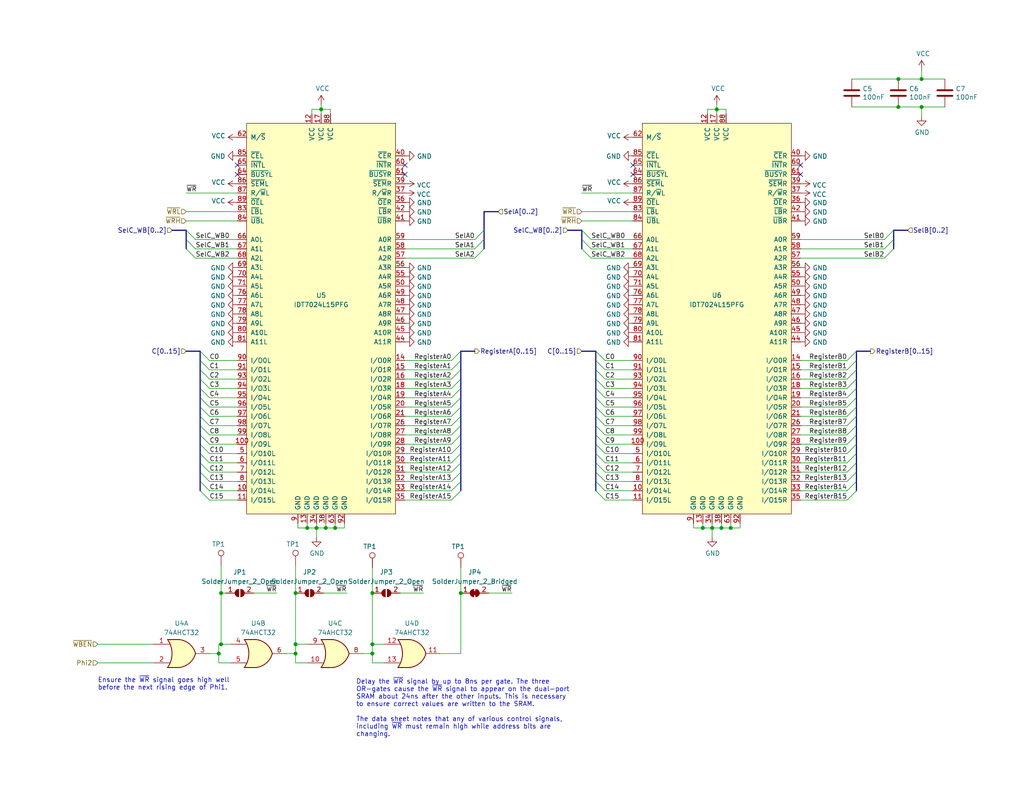
<source format=kicad_sch>
(kicad_sch (version 20230121) (generator eeschema)
  (paper "USLetter")
  (title_block (title "Register File") (date "2023-11-05") (rev "B") (comment 4 "Triple Port Register File build from dual port SRAM"))
  (lib_symbols
    (symbol "74xx:74LS32" (pin_names (offset 1.016))
      (property "Reference" "U" (at 0 1.27 0))
      (property "Value" "74LS32" (at 0 -1.27 0))
      (symbol "74LS32_1_1"
        (pin input line (at -7.62 2.54 0) (length 4.318) (name "~") (number "1"))
        (pin input line (at -7.62 -2.54 0) (length 4.318) (name "~") (number "2"))
        (pin output line (at 7.62 0 180) (length 3.81) (name "~") (number "3"))
      )
      (symbol "74LS32_1_2"
        (pin input inverted (at -7.62 2.54 0) (length 3.81) (name "~") (number "1"))
        (pin input inverted (at -7.62 -2.54 0) (length 3.81) (name "~") (number "2"))
        (pin output inverted (at 7.62 0 180) (length 3.81) (name "~") (number "3"))
      )
      (symbol "74LS32_2_1"
        (pin input line (at -7.62 2.54 0) (length 4.318) (name "~") (number "4"))
        (pin input line (at -7.62 -2.54 0) (length 4.318) (name "~") (number "5"))
        (pin output line (at 7.62 0 180) (length 3.81) (name "~") (number "6"))
      )
      (symbol "74LS32_2_2"
        (pin input inverted (at -7.62 2.54 0) (length 3.81) (name "~") (number "4"))
        (pin input inverted (at -7.62 -2.54 0) (length 3.81) (name "~") (number "5"))
        (pin output inverted (at 7.62 0 180) (length 3.81) (name "~") (number "6"))
      )
      (symbol "74LS32_3_1"
        (pin input line (at -7.62 -2.54 0) (length 4.318) (name "~") (number "10"))
        (pin output line (at 7.62 0 180) (length 3.81) (name "~") (number "8"))
        (pin input line (at -7.62 2.54 0) (length 4.318) (name "~") (number "9"))
      )
      (symbol "74LS32_3_2"
        (pin input inverted (at -7.62 -2.54 0) (length 3.81) (name "~") (number "10"))
        (pin output inverted (at 7.62 0 180) (length 3.81) (name "~") (number "8"))
        (pin input inverted (at -7.62 2.54 0) (length 3.81) (name "~") (number "9"))
      )
      (symbol "74LS32_4_1"
        (pin output line (at 7.62 0 180) (length 3.81) (name "~") (number "11"))
        (pin input line (at -7.62 2.54 0) (length 4.318) (name "~") (number "12"))
        (pin input line (at -7.62 -2.54 0) (length 4.318) (name "~") (number "13"))
      )
      (symbol "74LS32_4_2"
        (pin output inverted (at 7.62 0 180) (length 3.81) (name "~") (number "11"))
        (pin input inverted (at -7.62 2.54 0) (length 3.81) (name "~") (number "12"))
        (pin input inverted (at -7.62 -2.54 0) (length 3.81) (name "~") (number "13"))
      )
      (symbol "74LS32_5_0"
        (pin power_in line (at 0 12.7 270) (length 5.08) (name "VCC") (number "14"))
        (pin power_in line (at 0 -12.7 90) (length 5.08) (name "GND") (number "7"))
      )
    )
    (symbol "Connector:TestPoint" (pin_numbers hide) (pin_names (offset 0.762) hide)
      (property "Reference" "TP" (at 0 6.858 0))
      (property "Value" "TestPoint" (at 0 5.08 0))
      (symbol "TestPoint_1_1"
        (pin passive line (at 0 0 90) (length 2.54) (name "1") (number "1"))
      )
    )
    (symbol "Device:C" (pin_numbers hide) (pin_names (offset 0.254))
      (property "Reference" "C" (at 0.635 2.54 0))
      (property "Value" "C" (at 0.635 -2.54 0))
      (symbol "C_1_1"
        (pin passive line (at 0 3.81 270) (length 2.794) (name "~") (number "1"))
        (pin passive line (at 0 -3.81 90) (length 2.794) (name "~") (number "2"))
      )
    )
    (symbol "Jumper:SolderJumper_2_Bridged" (pin_names (offset 0) hide)
      (property "Reference" "JP" (at 0 2.032 0))
      (property "Value" "SolderJumper_2_Bridged" (at 0 -2.54 0))
      (symbol "SolderJumper_2_Bridged_1_1"
        (pin passive line (at -3.81 0 0) (length 2.54) (name "A") (number "1"))
        (pin passive line (at 3.81 0 180) (length 2.54) (name "B") (number "2"))
      )
    )
    (symbol "Jumper:SolderJumper_2_Open" (pin_names (offset 0) hide)
      (property "Reference" "JP" (at 0 2.032 0))
      (property "Value" "SolderJumper_2_Open" (at 0 -2.54 0))
      (symbol "SolderJumper_2_Open_1_1"
        (pin passive line (at -3.81 0 0) (length 2.54) (name "A") (number "1"))
        (pin passive line (at 3.81 0 180) (length 2.54) (name "B") (number "2"))
      )
    )
    (symbol "RegisterFileModule-rescue:IDT7024L15PFG-Memory_RAM" (pin_names (offset 1.016))
      (property "Reference" "U" (at 1.27 1.27 0))
      (property "Value" "IDT7024L15PFG-Memory_RAM" (at 1.27 -1.27 0))
      (symbol "IDT7024L15PFG-Memory_RAM_0_0"
        (pin power_in line (at 1.27 -60.96 90) (length 2.54) (name "GND") (number "38"))
        (pin input line (at 22.86 31.75 180) (length 2.54) (name "~{SEM}R") (number "39"))
        (pin input line (at 22.86 39.37 180) (length 2.54) (name "~{CE}R") (number "40"))
      )
      (symbol "IDT7024L15PFG-Memory_RAM_1_1"
        (pin no_connect line (at -2.54 -49.53 180) (length 2.54) hide (name "~") (number "1"))
        (pin tri_state line (at -22.86 -52.07 0) (length 2.54) (name "I/O14L") (number "10"))
        (pin tri_state line (at -22.86 -39.37 0) (length 2.54) (name "I/O9L") (number "100"))
        (pin tri_state line (at -22.86 -54.61 0) (length 2.54) (name "I/O15L") (number "11"))
        (pin power_in line (at -2.54 50.8 270) (length 2.54) (name "VCC") (number "12"))
        (pin power_in line (at -3.81 -60.96 90) (length 2.54) (name "GND") (number "13"))
        (pin tri_state line (at 22.86 -16.51 180) (length 2.54) (name "I/O0R") (number "14"))
        (pin tri_state line (at 22.86 -19.05 180) (length 2.54) (name "I/O1R") (number "15"))
        (pin tri_state line (at 22.86 -21.59 180) (length 2.54) (name "I/O2R") (number "16"))
        (pin power_in line (at 0 50.8 270) (length 2.54) (name "VCC") (number "17"))
        (pin tri_state line (at 22.86 -24.13 180) (length 2.54) (name "I/O3R") (number "18"))
        (pin tri_state line (at 22.86 -26.67 180) (length 2.54) (name "I/O4R") (number "19"))
        (pin no_connect line (at -2.54 -46.99 180) (length 2.54) hide (name "~") (number "2"))
        (pin tri_state line (at 22.86 -29.21 180) (length 2.54) (name "I/O5R") (number "20"))
        (pin tri_state line (at 22.86 -31.75 180) (length 2.54) (name "I/O6R") (number "21"))
        (pin no_connect line (at -2.54 -39.37 180) (length 2.54) hide (name "~") (number "22"))
        (pin no_connect line (at -2.54 -36.83 180) (length 2.54) hide (name "~") (number "23"))
        (pin no_connect line (at -2.54 -34.29 180) (length 2.54) hide (name "~") (number "24"))
        (pin no_connect line (at -2.54 -31.75 180) (length 2.54) hide (name "~") (number "25"))
        (pin tri_state line (at 22.86 -34.29 180) (length 2.54) (name "I/O7R") (number "26"))
        (pin tri_state line (at 22.86 -36.83 180) (length 2.54) (name "I/O8R") (number "27"))
        (pin tri_state line (at 22.86 -39.37 180) (length 2.54) (name "I/O9R") (number "28"))
        (pin tri_state line (at 22.86 -41.91 180) (length 2.54) (name "I/O10R") (number "29"))
        (pin no_connect line (at -2.54 -44.45 180) (length 2.54) hide (name "~") (number "3"))
        (pin tri_state line (at 22.86 -44.45 180) (length 2.54) (name "I/O11R") (number "30"))
        (pin tri_state line (at 22.86 -46.99 180) (length 2.54) (name "I/O12R") (number "31"))
        (pin tri_state line (at 22.86 -49.53 180) (length 2.54) (name "I/O13R") (number "32"))
        (pin tri_state line (at 22.86 -52.07 180) (length 2.54) (name "I/O14R") (number "33"))
        (pin power_in line (at -1.27 -60.96 90) (length 2.54) (name "GND") (number "34"))
        (pin tri_state line (at 22.86 -54.61 180) (length 2.54) (name "I/O15R") (number "35"))
        (pin input line (at 22.86 26.67 180) (length 2.54) (name "~{OE}R") (number "36"))
        (pin input line (at 22.86 29.21 180) (length 2.54) (name "R/~{W}R") (number "37"))
        (pin no_connect line (at -2.54 -41.91 180) (length 2.54) hide (name "~") (number "4"))
        (pin input line (at 22.86 21.59 180) (length 2.54) (name "~{UB}R") (number "41"))
        (pin input line (at 22.86 24.13 180) (length 2.54) (name "~{LB}R") (number "42"))
        (pin no_connect line (at -2.54 -29.21 180) (length 2.54) hide (name "~") (number "43"))
        (pin input line (at 22.86 -11.43 180) (length 2.54) (name "A11R") (number "44"))
        (pin input line (at 22.86 -8.89 180) (length 2.54) (name "A10R") (number "45"))
        (pin input line (at 22.86 -6.35 180) (length 2.54) (name "A9R") (number "46"))
        (pin input line (at 22.86 -3.81 180) (length 2.54) (name "A8R") (number "47"))
        (pin input line (at 22.86 -1.27 180) (length 2.54) (name "A7R") (number "48"))
        (pin input line (at 22.86 1.27 180) (length 2.54) (name "A6R") (number "49"))
        (pin tri_state line (at -22.86 -41.91 0) (length 2.54) (name "I/O10L") (number "5"))
        (pin input line (at 22.86 3.81 180) (length 2.54) (name "A5R") (number "50"))
        (pin no_connect line (at -2.54 -26.67 180) (length 2.54) hide (name "~") (number "51"))
        (pin no_connect line (at -2.54 -24.13 180) (length 2.54) hide (name "~") (number "52"))
        (pin no_connect line (at -2.54 -21.59 180) (length 2.54) hide (name "~") (number "53"))
        (pin no_connect line (at -2.54 -19.05 180) (length 2.54) hide (name "~") (number "54"))
        (pin input line (at 22.86 6.35 180) (length 2.54) (name "A4R") (number "55"))
        (pin input line (at 22.86 8.89 180) (length 2.54) (name "A3R") (number "56"))
        (pin input line (at 22.86 11.43 180) (length 2.54) (name "A2R") (number "57"))
        (pin input line (at 22.86 13.97 180) (length 2.54) (name "A1R") (number "58"))
        (pin input line (at 22.86 16.51 180) (length 2.54) (name "A0R") (number "59"))
        (pin tri_state line (at -22.86 -44.45 0) (length 2.54) (name "I/O11L") (number "6"))
        (pin output line (at 22.86 36.83 180) (length 2.54) (name "~{INT}R") (number "60"))
        (pin input line (at 22.86 34.29 180) (length 2.54) (name "~{BUSY}R") (number "61"))
        (pin input line (at -22.86 44.45 0) (length 2.54) (name "M/~{S}") (number "62"))
        (pin power_in line (at 3.81 -60.96 90) (length 2.54) (name "GND") (number "63"))
        (pin input line (at -22.86 34.29 0) (length 2.54) (name "~{BUSY}L") (number "64"))
        (pin output line (at -22.86 36.83 0) (length 2.54) (name "~{INT}L") (number "65"))
        (pin input line (at -22.86 16.51 0) (length 2.54) (name "A0L") (number "66"))
        (pin input line (at -22.86 13.97 0) (length 2.54) (name "A1L") (number "67"))
        (pin input line (at -22.86 11.43 0) (length 2.54) (name "A2L") (number "68"))
        (pin input line (at -22.86 8.89 0) (length 2.54) (name "A3L") (number "69"))
        (pin tri_state line (at -22.86 -46.99 0) (length 2.54) (name "I/O12L") (number "7"))
        (pin input line (at -22.86 6.35 0) (length 2.54) (name "A4L") (number "70"))
        (pin input line (at -22.86 3.81 0) (length 2.54) (name "A5L") (number "71"))
        (pin no_connect line (at -2.54 -16.51 180) (length 2.54) hide (name "~") (number "72"))
        (pin no_connect line (at -2.54 -13.97 180) (length 2.54) hide (name "~") (number "73"))
        (pin no_connect line (at -2.54 -11.43 180) (length 2.54) hide (name "~") (number "74"))
        (pin no_connect line (at -2.54 -8.89 180) (length 2.54) hide (name "~") (number "75"))
        (pin input line (at -22.86 1.27 0) (length 2.54) (name "A6L") (number "76"))
        (pin input line (at -22.86 -1.27 0) (length 2.54) (name "A7L") (number "77"))
        (pin input line (at -22.86 -3.81 0) (length 2.54) (name "A8L") (number "78"))
        (pin input line (at -22.86 -6.35 0) (length 2.54) (name "A9L") (number "79"))
        (pin tri_state line (at -22.86 -49.53 0) (length 2.54) (name "I/O13L") (number "8"))
        (pin input line (at -22.86 -8.89 0) (length 2.54) (name "A10L") (number "80"))
        (pin input line (at -22.86 -11.43 0) (length 2.54) (name "A11L") (number "81"))
        (pin no_connect line (at -2.54 -6.35 180) (length 2.54) hide (name "~") (number "82"))
        (pin input line (at -22.86 24.13 0) (length 2.54) (name "~{LB}L") (number "83"))
        (pin input line (at -22.86 21.59 0) (length 2.54) (name "~{UB}L") (number "84"))
        (pin input line (at -22.86 39.37 0) (length 2.54) (name "~{CE}L") (number "85"))
        (pin input line (at -22.86 31.75 0) (length 2.54) (name "~{SEM}L") (number "86"))
        (pin input line (at -22.86 29.21 0) (length 2.54) (name "R/~{W}L") (number "87"))
        (pin power_in line (at 2.54 50.8 270) (length 2.54) (name "VCC") (number "88"))
        (pin input line (at -22.86 26.67 0) (length 2.54) (name "~{OE}L") (number "89"))
        (pin power_in line (at -6.35 -60.96 90) (length 2.54) (name "GND") (number "9"))
        (pin tri_state line (at -22.86 -16.51 0) (length 2.54) (name "I/O0L") (number "90"))
        (pin tri_state line (at -22.86 -19.05 0) (length 2.54) (name "I/O1L") (number "91"))
        (pin power_in line (at 6.35 -60.96 90) (length 2.54) (name "GND") (number "92"))
        (pin tri_state line (at -22.86 -21.59 0) (length 2.54) (name "I/O2L") (number "93"))
        (pin tri_state line (at -22.86 -24.13 0) (length 2.54) (name "I/O3L") (number "94"))
        (pin tri_state line (at -22.86 -26.67 0) (length 2.54) (name "I/O4L") (number "95"))
        (pin tri_state line (at -22.86 -29.21 0) (length 2.54) (name "I/O5L") (number "96"))
        (pin tri_state line (at -22.86 -31.75 0) (length 2.54) (name "I/O6L") (number "97"))
        (pin tri_state line (at -22.86 -34.29 0) (length 2.54) (name "I/O7L") (number "98"))
        (pin tri_state line (at -22.86 -36.83 0) (length 2.54) (name "I/O8L") (number "99"))
      )
    )
    (symbol "power:GND" (power) (pin_names (offset 0))
      (property "Value" "GND" (at 0 -3.81 0))
      (symbol "GND_1_1"
        (pin power_in line (at 0 0 270) (length 0) hide (name "GND") (number "1"))
      )
    )
    (symbol "power:VCC" (power) (pin_names (offset 0))
      (property "Value" "VCC" (at 0 3.81 0))
      (symbol "VCC_1_1"
        (pin power_in line (at 0 0 90) (length 0) hide (name "VCC") (number "1"))
      )
    )
  )
  (junction (at 60.325 175.895))
  (junction (at 88.9 144.145))
  (junction (at 87.63 29.845))
  (junction (at 80.645 178.435))
  (junction (at 101.6 161.925))
  (junction (at 245.11 21.59))
  (junction (at 60.325 161.925))
  (junction (at 86.36 144.145))
  (junction (at 191.77 144.145))
  (junction (at 196.85 144.145))
  (junction (at 125.73 161.925))
  (junction (at 245.11 29.21))
  (junction (at 101.6 175.895))
  (junction (at 91.44 144.145))
  (junction (at 195.58 29.845))
  (junction (at 251.46 21.59))
  (junction (at 80.645 175.895))
  (junction (at 251.46 29.21))
  (junction (at 199.39 144.145))
  (junction (at 80.645 161.925))
  (junction (at 83.82 144.145))
  (junction (at 101.6 178.435))
  (junction (at 59.69 178.435))
  (junction (at 194.31 144.145))
  (no_connect (at 110.49 45.085))
  (no_connect (at 64.77 45.085))
  (no_connect (at 64.77 47.625))
  (no_connect (at 218.44 47.625))
  (no_connect (at 172.72 47.625))
  (no_connect (at 110.49 47.625))
  (no_connect (at 218.44 45.085))
  (no_connect (at 172.72 45.085))
  (bus_entry (at 233.68 108.585) (size -2.54 2.54))
  (bus_entry (at 125.73 123.825) (size -2.54 2.54))
  (bus_entry (at 158.75 62.865) (size 2.54 2.54))
  (bus_entry (at 54.61 111.125) (size 2.54 2.54))
  (bus_entry (at 132.08 67.945) (size -2.54 2.54))
  (bus_entry (at 162.56 118.745) (size 2.54 2.54))
  (bus_entry (at 162.56 103.505) (size 2.54 2.54))
  (bus_entry (at 50.8 65.405) (size 2.54 2.54))
  (bus_entry (at 233.68 103.505) (size -2.54 2.54))
  (bus_entry (at 162.56 95.885) (size 2.54 2.54))
  (bus_entry (at 162.56 106.045) (size 2.54 2.54))
  (bus_entry (at 162.56 126.365) (size 2.54 2.54))
  (bus_entry (at 54.61 95.885) (size 2.54 2.54))
  (bus_entry (at 162.56 116.205) (size 2.54 2.54))
  (bus_entry (at 125.73 121.285) (size -2.54 2.54))
  (bus_entry (at 233.68 118.745) (size -2.54 2.54))
  (bus_entry (at 162.56 100.965) (size 2.54 2.54))
  (bus_entry (at 162.56 121.285) (size 2.54 2.54))
  (bus_entry (at 233.68 113.665) (size -2.54 2.54))
  (bus_entry (at 54.61 108.585) (size 2.54 2.54))
  (bus_entry (at 233.68 106.045) (size -2.54 2.54))
  (bus_entry (at 54.61 133.985) (size 2.54 2.54))
  (bus_entry (at 125.73 126.365) (size -2.54 2.54))
  (bus_entry (at 54.61 131.445) (size 2.54 2.54))
  (bus_entry (at 125.73 131.445) (size -2.54 2.54))
  (bus_entry (at 243.84 67.945) (size -2.54 2.54))
  (bus_entry (at 125.73 98.425) (size -2.54 2.54))
  (bus_entry (at 233.68 128.905) (size -2.54 2.54))
  (bus_entry (at 243.84 65.405) (size -2.54 2.54))
  (bus_entry (at 54.61 106.045) (size 2.54 2.54))
  (bus_entry (at 54.61 128.905) (size 2.54 2.54))
  (bus_entry (at 54.61 113.665) (size 2.54 2.54))
  (bus_entry (at 162.56 98.425) (size 2.54 2.54))
  (bus_entry (at 125.73 116.205) (size -2.54 2.54))
  (bus_entry (at 54.61 118.745) (size 2.54 2.54))
  (bus_entry (at 125.73 128.905) (size -2.54 2.54))
  (bus_entry (at 132.08 62.865) (size -2.54 2.54))
  (bus_entry (at 162.56 123.825) (size 2.54 2.54))
  (bus_entry (at 50.8 62.865) (size 2.54 2.54))
  (bus_entry (at 233.68 116.205) (size -2.54 2.54))
  (bus_entry (at 162.56 111.125) (size 2.54 2.54))
  (bus_entry (at 125.73 118.745) (size -2.54 2.54))
  (bus_entry (at 54.61 123.825) (size 2.54 2.54))
  (bus_entry (at 233.68 133.985) (size -2.54 2.54))
  (bus_entry (at 54.61 126.365) (size 2.54 2.54))
  (bus_entry (at 158.75 65.405) (size 2.54 2.54))
  (bus_entry (at 132.08 65.405) (size -2.54 2.54))
  (bus_entry (at 125.73 113.665) (size -2.54 2.54))
  (bus_entry (at 50.8 67.945) (size 2.54 2.54))
  (bus_entry (at 233.68 123.825) (size -2.54 2.54))
  (bus_entry (at 54.61 103.505) (size 2.54 2.54))
  (bus_entry (at 162.56 131.445) (size 2.54 2.54))
  (bus_entry (at 54.61 116.205) (size 2.54 2.54))
  (bus_entry (at 162.56 108.585) (size 2.54 2.54))
  (bus_entry (at 125.73 106.045) (size -2.54 2.54))
  (bus_entry (at 233.68 111.125) (size -2.54 2.54))
  (bus_entry (at 162.56 113.665) (size 2.54 2.54))
  (bus_entry (at 54.61 121.285) (size 2.54 2.54))
  (bus_entry (at 233.68 100.965) (size -2.54 2.54))
  (bus_entry (at 162.56 133.985) (size 2.54 2.54))
  (bus_entry (at 233.68 98.425) (size -2.54 2.54))
  (bus_entry (at 125.73 108.585) (size -2.54 2.54))
  (bus_entry (at 243.84 62.865) (size -2.54 2.54))
  (bus_entry (at 162.56 128.905) (size 2.54 2.54))
  (bus_entry (at 233.68 95.885) (size -2.54 2.54))
  (bus_entry (at 233.68 131.445) (size -2.54 2.54))
  (bus_entry (at 233.68 121.285) (size -2.54 2.54))
  (bus_entry (at 125.73 103.505) (size -2.54 2.54))
  (bus_entry (at 54.61 100.965) (size 2.54 2.54))
  (bus_entry (at 233.68 126.365) (size -2.54 2.54))
  (bus_entry (at 54.61 98.425) (size 2.54 2.54))
  (bus_entry (at 125.73 133.985) (size -2.54 2.54))
  (bus_entry (at 125.73 111.125) (size -2.54 2.54))
  (bus_entry (at 125.73 95.885) (size -2.54 2.54))
  (bus_entry (at 125.73 100.965) (size -2.54 2.54))
  (bus_entry (at 158.75 67.945) (size 2.54 2.54))
  (bus (pts (xy 54.61 103.505) (xy 54.61 106.045)))
  (wire (pts (xy 115.57 161.925) (xy 109.22 161.925)))
  (wire (pts (xy 218.44 108.585) (xy 231.14 108.585)))
  (bus (pts (xy 125.73 103.505) (xy 125.73 106.045)))
  (wire (pts (xy 110.49 116.205) (xy 123.19 116.205)))
  (wire (pts (xy 251.46 29.21) (xy 245.11 29.21)))
  (bus (pts (xy 247.65 62.865) (xy 243.84 62.865)))
  (bus (pts (xy 233.68 116.205) (xy 233.68 118.745)))
  (wire (pts (xy 57.15 126.365) (xy 64.77 126.365)))
  (wire (pts (xy 120.015 178.435) (xy 125.73 178.435)))
  (bus (pts (xy 162.56 131.445) (xy 162.56 133.985)))
  (wire (pts (xy 101.6 161.925) (xy 101.6 175.895)))
  (wire (pts (xy 218.44 113.665) (xy 231.14 113.665)))
  (bus (pts (xy 162.56 121.285) (xy 162.56 123.825)))
  (wire (pts (xy 81.28 142.875) (xy 81.28 144.145)))
  (wire (pts (xy 196.85 144.145) (xy 199.39 144.145)))
  (wire (pts (xy 110.49 123.825) (xy 123.19 123.825)))
  (wire (pts (xy 161.29 65.405) (xy 172.72 65.405)))
  (wire (pts (xy 218.44 131.445) (xy 231.14 131.445)))
  (bus (pts (xy 233.68 126.365) (xy 233.68 128.905)))
  (wire (pts (xy 195.58 29.845) (xy 195.58 31.115)))
  (wire (pts (xy 26.67 175.895) (xy 41.91 175.895)))
  (wire (pts (xy 165.1 103.505) (xy 172.72 103.505)))
  (bus (pts (xy 54.61 113.665) (xy 54.61 116.205)))
  (bus (pts (xy 162.56 118.745) (xy 162.56 121.285)))
  (wire (pts (xy 87.63 28.575) (xy 87.63 29.845)))
  (bus (pts (xy 54.61 116.205) (xy 54.61 118.745)))
  (wire (pts (xy 57.15 98.425) (xy 64.77 98.425)))
  (bus (pts (xy 162.56 116.205) (xy 162.56 118.745)))
  (wire (pts (xy 59.69 178.435) (xy 59.69 175.895)))
  (bus (pts (xy 233.68 100.965) (xy 233.68 103.505)))
  (bus (pts (xy 125.73 126.365) (xy 125.73 128.905)))
  (wire (pts (xy 57.15 136.525) (xy 64.77 136.525)))
  (wire (pts (xy 78.105 178.435) (xy 80.645 178.435)))
  (bus (pts (xy 132.08 65.405) (xy 132.08 67.945)))
  (wire (pts (xy 80.645 175.895) (xy 83.82 175.895)))
  (wire (pts (xy 57.15 123.825) (xy 64.77 123.825)))
  (wire (pts (xy 110.49 113.665) (xy 123.19 113.665)))
  (wire (pts (xy 196.85 142.875) (xy 196.85 144.145)))
  (wire (pts (xy 57.15 113.665) (xy 64.77 113.665)))
  (bus (pts (xy 158.75 95.885) (xy 162.56 95.885)))
  (wire (pts (xy 161.29 67.945) (xy 172.72 67.945)))
  (wire (pts (xy 218.44 123.825) (xy 231.14 123.825)))
  (bus (pts (xy 158.75 65.405) (xy 158.75 67.945)))
  (bus (pts (xy 162.56 100.965) (xy 162.56 103.505)))
  (wire (pts (xy 85.09 31.115) (xy 85.09 29.845)))
  (wire (pts (xy 57.15 108.585) (xy 64.77 108.585)))
  (wire (pts (xy 218.44 133.985) (xy 231.14 133.985)))
  (bus (pts (xy 162.56 103.505) (xy 162.56 106.045)))
  (wire (pts (xy 101.6 178.435) (xy 101.6 175.895)))
  (wire (pts (xy 110.49 106.045) (xy 123.19 106.045)))
  (wire (pts (xy 218.44 116.205) (xy 231.14 116.205)))
  (wire (pts (xy 194.31 144.145) (xy 196.85 144.145)))
  (bus (pts (xy 46.99 62.865) (xy 50.8 62.865)))
  (wire (pts (xy 191.77 144.145) (xy 194.31 144.145)))
  (wire (pts (xy 60.325 161.925) (xy 61.595 161.925)))
  (wire (pts (xy 99.06 178.435) (xy 101.6 178.435)))
  (wire (pts (xy 245.11 21.59) (xy 251.46 21.59)))
  (wire (pts (xy 218.44 106.045) (xy 231.14 106.045)))
  (wire (pts (xy 165.1 128.905) (xy 172.72 128.905)))
  (wire (pts (xy 165.1 108.585) (xy 172.72 108.585)))
  (wire (pts (xy 94.615 161.925) (xy 88.265 161.925)))
  (wire (pts (xy 110.49 111.125) (xy 123.19 111.125)))
  (bus (pts (xy 233.68 128.905) (xy 233.68 131.445)))
  (bus (pts (xy 162.56 128.905) (xy 162.56 131.445)))
  (wire (pts (xy 59.69 180.975) (xy 62.865 180.975)))
  (wire (pts (xy 88.9 144.145) (xy 91.44 144.145)))
  (wire (pts (xy 110.49 100.965) (xy 123.19 100.965)))
  (wire (pts (xy 64.77 60.325) (xy 50.8 60.325)))
  (wire (pts (xy 129.54 65.405) (xy 110.49 65.405)))
  (wire (pts (xy 110.49 108.585) (xy 123.19 108.585)))
  (wire (pts (xy 165.1 133.985) (xy 172.72 133.985)))
  (wire (pts (xy 101.6 180.975) (xy 104.775 180.975)))
  (wire (pts (xy 201.93 144.145) (xy 201.93 142.875)))
  (wire (pts (xy 194.31 144.145) (xy 194.31 146.685)))
  (wire (pts (xy 64.77 57.785) (xy 50.8 57.785)))
  (wire (pts (xy 165.1 116.205) (xy 172.72 116.205)))
  (bus (pts (xy 162.56 113.665) (xy 162.56 116.205)))
  (wire (pts (xy 218.44 128.905) (xy 231.14 128.905)))
  (bus (pts (xy 50.8 65.405) (xy 50.8 67.945)))
  (wire (pts (xy 218.44 100.965) (xy 231.14 100.965)))
  (bus (pts (xy 50.8 62.865) (xy 50.8 65.405)))
  (wire (pts (xy 165.1 111.125) (xy 172.72 111.125)))
  (wire (pts (xy 80.645 154.305) (xy 80.645 161.925)))
  (wire (pts (xy 83.82 142.875) (xy 83.82 144.145)))
  (bus (pts (xy 125.73 98.425) (xy 125.73 100.965)))
  (wire (pts (xy 172.72 52.705) (xy 158.75 52.705)))
  (bus (pts (xy 54.61 108.585) (xy 54.61 111.125)))
  (bus (pts (xy 233.68 131.445) (xy 233.68 133.985)))
  (wire (pts (xy 60.325 161.925) (xy 60.325 175.895)))
  (wire (pts (xy 110.49 67.945) (xy 129.54 67.945)))
  (wire (pts (xy 195.58 28.575) (xy 195.58 29.845)))
  (wire (pts (xy 199.39 144.145) (xy 201.93 144.145)))
  (wire (pts (xy 110.49 136.525) (xy 123.19 136.525)))
  (wire (pts (xy 189.23 144.145) (xy 191.77 144.145)))
  (wire (pts (xy 87.63 29.845) (xy 87.63 31.115)))
  (bus (pts (xy 233.68 118.745) (xy 233.68 121.285)))
  (wire (pts (xy 80.645 178.435) (xy 80.645 180.975)))
  (wire (pts (xy 110.49 121.285) (xy 123.19 121.285)))
  (bus (pts (xy 50.8 95.885) (xy 54.61 95.885)))
  (wire (pts (xy 172.72 60.325) (xy 158.75 60.325)))
  (wire (pts (xy 194.31 142.875) (xy 194.31 144.145)))
  (wire (pts (xy 218.44 103.505) (xy 231.14 103.505)))
  (wire (pts (xy 88.9 142.875) (xy 88.9 144.145)))
  (wire (pts (xy 86.36 144.145) (xy 88.9 144.145)))
  (wire (pts (xy 90.17 29.845) (xy 90.17 31.115)))
  (bus (pts (xy 129.54 95.885) (xy 125.73 95.885)))
  (wire (pts (xy 80.645 161.925) (xy 80.645 175.895)))
  (bus (pts (xy 154.94 62.865) (xy 158.75 62.865)))
  (wire (pts (xy 125.73 161.925) (xy 125.73 178.435)))
  (wire (pts (xy 195.58 29.845) (xy 198.12 29.845)))
  (wire (pts (xy 218.44 67.945) (xy 241.3 67.945)))
  (bus (pts (xy 54.61 128.905) (xy 54.61 131.445)))
  (wire (pts (xy 193.04 31.115) (xy 193.04 29.845)))
  (wire (pts (xy 57.15 121.285) (xy 64.77 121.285)))
  (bus (pts (xy 125.73 128.905) (xy 125.73 131.445)))
  (wire (pts (xy 53.34 65.405) (xy 64.77 65.405)))
  (wire (pts (xy 232.41 21.59) (xy 245.11 21.59)))
  (bus (pts (xy 243.84 65.405) (xy 243.84 67.945)))
  (wire (pts (xy 165.1 131.445) (xy 172.72 131.445)))
  (bus (pts (xy 162.56 98.425) (xy 162.56 100.965)))
  (wire (pts (xy 165.1 113.665) (xy 172.72 113.665)))
  (wire (pts (xy 60.325 175.895) (xy 62.865 175.895)))
  (wire (pts (xy 57.15 116.205) (xy 64.77 116.205)))
  (wire (pts (xy 110.49 118.745) (xy 123.19 118.745)))
  (bus (pts (xy 162.56 95.885) (xy 162.56 98.425)))
  (bus (pts (xy 233.68 113.665) (xy 233.68 116.205)))
  (wire (pts (xy 189.23 142.875) (xy 189.23 144.145)))
  (bus (pts (xy 125.73 121.285) (xy 125.73 123.825)))
  (wire (pts (xy 139.7 161.925) (xy 133.35 161.925)))
  (bus (pts (xy 54.61 98.425) (xy 54.61 100.965)))
  (wire (pts (xy 218.44 111.125) (xy 231.14 111.125)))
  (wire (pts (xy 165.1 136.525) (xy 172.72 136.525)))
  (wire (pts (xy 57.15 133.985) (xy 64.77 133.985)))
  (wire (pts (xy 251.46 19.05) (xy 251.46 21.59)))
  (wire (pts (xy 57.15 178.435) (xy 59.69 178.435)))
  (bus (pts (xy 125.73 118.745) (xy 125.73 121.285)))
  (wire (pts (xy 257.81 29.21) (xy 251.46 29.21)))
  (wire (pts (xy 191.77 142.875) (xy 191.77 144.145)))
  (bus (pts (xy 162.56 106.045) (xy 162.56 108.585)))
  (bus (pts (xy 54.61 126.365) (xy 54.61 128.905)))
  (wire (pts (xy 83.82 144.145) (xy 86.36 144.145)))
  (bus (pts (xy 162.56 126.365) (xy 162.56 128.905)))
  (bus (pts (xy 54.61 111.125) (xy 54.61 113.665)))
  (bus (pts (xy 233.68 108.585) (xy 233.68 111.125)))
  (wire (pts (xy 218.44 118.745) (xy 231.14 118.745)))
  (bus (pts (xy 158.75 62.865) (xy 158.75 65.405)))
  (wire (pts (xy 93.98 144.145) (xy 93.98 142.875)))
  (wire (pts (xy 64.77 52.705) (xy 50.8 52.705)))
  (wire (pts (xy 110.49 126.365) (xy 123.19 126.365)))
  (wire (pts (xy 101.6 154.94) (xy 101.6 161.925)))
  (wire (pts (xy 198.12 29.845) (xy 198.12 31.115)))
  (wire (pts (xy 110.49 131.445) (xy 123.19 131.445)))
  (wire (pts (xy 60.325 175.895) (xy 59.69 175.895)))
  (bus (pts (xy 162.56 111.125) (xy 162.56 113.665)))
  (bus (pts (xy 233.68 111.125) (xy 233.68 113.665)))
  (wire (pts (xy 241.3 65.405) (xy 218.44 65.405)))
  (wire (pts (xy 101.6 175.895) (xy 104.775 175.895)))
  (bus (pts (xy 243.84 62.865) (xy 243.84 65.405)))
  (wire (pts (xy 75.565 161.925) (xy 69.215 161.925)))
  (wire (pts (xy 165.1 118.745) (xy 172.72 118.745)))
  (wire (pts (xy 199.39 142.875) (xy 199.39 144.145)))
  (wire (pts (xy 80.645 178.435) (xy 80.645 175.895)))
  (wire (pts (xy 241.3 70.485) (xy 218.44 70.485)))
  (wire (pts (xy 129.54 70.485) (xy 110.49 70.485)))
  (wire (pts (xy 251.46 21.59) (xy 257.81 21.59)))
  (wire (pts (xy 86.36 142.875) (xy 86.36 144.145)))
  (wire (pts (xy 251.46 31.75) (xy 251.46 29.21)))
  (bus (pts (xy 54.61 131.445) (xy 54.61 133.985)))
  (wire (pts (xy 165.1 106.045) (xy 172.72 106.045)))
  (bus (pts (xy 125.73 100.965) (xy 125.73 103.505)))
  (wire (pts (xy 101.6 178.435) (xy 101.6 180.975)))
  (wire (pts (xy 161.29 70.485) (xy 172.72 70.485)))
  (bus (pts (xy 54.61 100.965) (xy 54.61 103.505)))
  (wire (pts (xy 53.34 70.485) (xy 64.77 70.485)))
  (wire (pts (xy 57.15 106.045) (xy 64.77 106.045)))
  (wire (pts (xy 57.15 118.745) (xy 64.77 118.745)))
  (wire (pts (xy 91.44 144.145) (xy 93.98 144.145)))
  (wire (pts (xy 110.49 128.905) (xy 123.19 128.905)))
  (bus (pts (xy 125.73 111.125) (xy 125.73 113.665)))
  (bus (pts (xy 125.73 95.885) (xy 125.73 98.425)))
  (bus (pts (xy 125.73 116.205) (xy 125.73 118.745)))
  (wire (pts (xy 165.1 121.285) (xy 172.72 121.285)))
  (wire (pts (xy 165.1 123.825) (xy 172.72 123.825)))
  (bus (pts (xy 54.61 118.745) (xy 54.61 121.285)))
  (wire (pts (xy 218.44 136.525) (xy 231.14 136.525)))
  (wire (pts (xy 165.1 100.965) (xy 172.72 100.965)))
  (bus (pts (xy 132.08 62.865) (xy 132.08 65.405)))
  (wire (pts (xy 193.04 29.845) (xy 195.58 29.845)))
  (bus (pts (xy 233.68 103.505) (xy 233.68 106.045)))
  (bus (pts (xy 125.73 108.585) (xy 125.73 111.125)))
  (wire (pts (xy 57.15 103.505) (xy 64.77 103.505)))
  (bus (pts (xy 125.73 131.445) (xy 125.73 133.985)))
  (bus (pts (xy 233.68 121.285) (xy 233.68 123.825)))
  (bus (pts (xy 135.89 57.785) (xy 132.08 57.785)))
  (wire (pts (xy 110.49 103.505) (xy 123.19 103.505)))
  (wire (pts (xy 57.15 128.905) (xy 64.77 128.905)))
  (bus (pts (xy 162.56 123.825) (xy 162.56 126.365)))
  (wire (pts (xy 57.15 131.445) (xy 64.77 131.445)))
  (bus (pts (xy 125.73 106.045) (xy 125.73 108.585)))
  (wire (pts (xy 60.325 154.305) (xy 60.325 161.925)))
  (bus (pts (xy 125.73 123.825) (xy 125.73 126.365)))
  (wire (pts (xy 86.36 144.145) (xy 86.36 146.685)))
  (wire (pts (xy 57.15 100.965) (xy 64.77 100.965)))
  (wire (pts (xy 26.67 180.975) (xy 41.91 180.975)))
  (wire (pts (xy 165.1 126.365) (xy 172.72 126.365)))
  (wire (pts (xy 57.15 111.125) (xy 64.77 111.125)))
  (bus (pts (xy 237.49 95.885) (xy 233.68 95.885)))
  (bus (pts (xy 125.73 113.665) (xy 125.73 116.205)))
  (wire (pts (xy 53.34 67.945) (xy 64.77 67.945)))
  (wire (pts (xy 80.645 180.975) (xy 83.82 180.975)))
  (wire (pts (xy 110.49 98.425) (xy 123.19 98.425)))
  (wire (pts (xy 245.11 29.21) (xy 232.41 29.21)))
  (wire (pts (xy 87.63 29.845) (xy 90.17 29.845)))
  (bus (pts (xy 54.61 121.285) (xy 54.61 123.825)))
  (bus (pts (xy 132.08 57.785) (xy 132.08 62.865)))
  (bus (pts (xy 233.68 95.885) (xy 233.68 98.425)))
  (wire (pts (xy 165.1 98.425) (xy 172.72 98.425)))
  (wire (pts (xy 125.73 154.94) (xy 125.73 161.925)))
  (bus (pts (xy 233.68 123.825) (xy 233.68 126.365)))
  (wire (pts (xy 91.44 142.875) (xy 91.44 144.145)))
  (wire (pts (xy 110.49 133.985) (xy 123.19 133.985)))
  (bus (pts (xy 54.61 123.825) (xy 54.61 126.365)))
  (wire (pts (xy 218.44 121.285) (xy 231.14 121.285)))
  (wire (pts (xy 59.69 178.435) (xy 59.69 180.975)))
  (bus (pts (xy 233.68 98.425) (xy 233.68 100.965)))
  (wire (pts (xy 85.09 29.845) (xy 87.63 29.845)))
  (bus (pts (xy 162.56 108.585) (xy 162.56 111.125)))
  (wire (pts (xy 172.72 57.785) (xy 158.75 57.785)))
  (wire (pts (xy 218.44 98.425) (xy 231.14 98.425)))
  (bus (pts (xy 233.68 106.045) (xy 233.68 108.585)))
  (wire (pts (xy 218.44 126.365) (xy 231.14 126.365)))
  (bus (pts (xy 54.61 106.045) (xy 54.61 108.585)))
  (wire (pts (xy 81.28 144.145) (xy 83.82 144.145)))
  (bus (pts (xy 54.61 95.885) (xy 54.61 98.425)))
  (text "Delay the ~{WR} signal by up to 8ns per gate. The three\nOR-gates cause the ~{WR} signal to appear on the dual-port\nSRAM about 24ns after the other inputs. This is necessary\nto ensure correct values are written to the SRAM.\n\nThe data sheet notes that any of various control signals,\nincluding ~{WR} must remain high while address bits are\nchanging." (at 97.155 201.295 0) (effects (font (size 1.27 1.27)) (justify left bottom)))
  (text "Ensure the ~{WR} signal goes high well\nbefore the next rising edge of Phi1." (at 26.67 188.595 0) (effects (font (size 1.27 1.27)) (justify left bottom)))
  (label "C13" (at 165.1 131.445 0))
  (label "SelB2" (at 241.3 70.485 180))
  (label "SelC_WB0" (at 161.29 65.405 0))
  (label "RegisterB7" (at 231.14 116.205 180))
  (label "RegisterB14" (at 231.14 133.985 180))
  (label "C11" (at 57.15 126.365 0))
  (label "C15" (at 165.1 136.525 0))
  (label "SelC_WB2" (at 161.29 70.485 0))
  (label "SelA2" (at 129.54 70.485 180))
  (label "C5" (at 57.15 111.125 0))
  (label "RegisterA13" (at 123.19 131.445 180))
  (label "C0" (at 165.1 98.425 0))
  (label "RegisterB10" (at 231.14 123.825 180))
  (label "C12" (at 57.15 128.905 0))
  (label "SelC_WB2" (at 53.34 70.485 0))
  (label "RegisterA5" (at 123.19 111.125 180))
  (label "C9" (at 57.15 121.285 0))
  (label "C4" (at 165.1 108.585 0))
  (label "RegisterB9" (at 231.14 121.285 180))
  (label "~{WR}" (at 94.615 161.925 180))
  (label "~{WR}" (at 115.57 161.925 180))
  (label "SelC_WB0" (at 53.34 65.405 0))
  (label "C0" (at 57.15 98.425 0))
  (label "C3" (at 57.15 106.045 0))
  (label "SelB1" (at 241.3 67.945 180))
  (label "C6" (at 57.15 113.665 0))
  (label "C11" (at 165.1 126.365 0))
  (label "RegisterB12" (at 231.14 128.905 180))
  (label "RegisterA4" (at 123.19 108.585 180))
  (label "RegisterA0" (at 123.19 98.425 180))
  (label "RegisterA10" (at 123.19 123.825 180))
  (label "RegisterB1" (at 231.14 100.965 180))
  (label "C5" (at 165.1 111.125 0))
  (label "RegisterB6" (at 231.14 113.665 180))
  (label "SelA1" (at 129.54 67.945 180))
  (label "RegisterA2" (at 123.19 103.505 180))
  (label "RegisterB3" (at 231.14 106.045 180))
  (label "C15" (at 57.15 136.525 0))
  (label "C6" (at 165.1 113.665 0))
  (label "C10" (at 57.15 123.825 0))
  (label "RegisterA3" (at 123.19 106.045 180))
  (label "RegisterA1" (at 123.19 100.965 180))
  (label "SelC_WB1" (at 161.29 67.945 0))
  (label "RegisterB0" (at 231.14 98.425 180))
  (label "C12" (at 165.1 128.905 0))
  (label "RegisterA7" (at 123.19 116.205 180))
  (label "RegisterB5" (at 231.14 111.125 180))
  (label "C3" (at 165.1 106.045 0))
  (label "RegisterB4" (at 231.14 108.585 180))
  (label "RegisterA8" (at 123.19 118.745 180))
  (label "RegisterB2" (at 231.14 103.505 180))
  (label "C14" (at 165.1 133.985 0))
  (label "C1" (at 57.15 100.965 0))
  (label "RegisterB11" (at 231.14 126.365 180))
  (label "SelC_WB1" (at 53.34 67.945 0))
  (label "RegisterA11" (at 123.19 126.365 180))
  (label "~{WR}" (at 75.565 161.925 180))
  (label "C14" (at 57.15 133.985 0))
  (label "SelB0" (at 241.3 65.405 180))
  (label "C9" (at 165.1 121.285 0))
  (label "C2" (at 165.1 103.505 0))
  (label "C8" (at 165.1 118.745 0))
  (label "~{WR}" (at 158.75 52.705 0))
  (label "C10" (at 165.1 123.825 0))
  (label "RegisterB15" (at 231.14 136.525 180))
  (label "C7" (at 57.15 116.205 0))
  (label "C8" (at 57.15 118.745 0))
  (label "SelA0" (at 129.54 65.405 180))
  (label "C7" (at 165.1 116.205 0))
  (label "RegisterA9" (at 123.19 121.285 180))
  (label "RegisterA15" (at 123.19 136.525 180))
  (label "C13" (at 57.15 131.445 0))
  (label "RegisterB13" (at 231.14 131.445 180))
  (label "~{WR}" (at 139.7 161.925 180))
  (label "C2" (at 57.15 103.505 0))
  (label "RegisterA6" (at 123.19 113.665 180))
  (label "C1" (at 165.1 100.965 0))
  (label "C4" (at 57.15 108.585 0))
  (label "RegisterB8" (at 231.14 118.745 180))
  (label "RegisterA12" (at 123.19 128.905 180))
  (label "~{WR}" (at 50.8 52.705 0))
  (label "RegisterA14" (at 123.19 133.985 180))
  (hierarchical_label "~{WBEN}" (shape input) (at 26.67 175.895 180))
  (hierarchical_label "C[0..15]" (shape input) (at 50.8 95.885 180))
  (hierarchical_label "SelC_WB[0..2]" (shape input) (at 154.94 62.865 180))
  (hierarchical_label "Phi2" (shape input) (at 26.67 180.975 180))
  (hierarchical_label "~{WRL}" (shape input) (at 50.8 57.785 180))
  (hierarchical_label "C[0..15]" (shape input) (at 158.75 95.885 180))
  (hierarchical_label "RegisterB[0..15]" (shape output) (at 237.49 95.885 0))
  (hierarchical_label "SelB[0..2]" (shape input) (at 247.65 62.865 0))
  (hierarchical_label "SelC_WB[0..2]" (shape input) (at 46.99 62.865 180))
  (hierarchical_label "SelA[0..2]" (shape input) (at 135.89 57.785 0))
  (hierarchical_label "~{WRH}" (shape input) (at 158.75 60.325 180))
  (hierarchical_label "RegisterA[0..15]" (shape output) (at 129.54 95.885 0))
  (hierarchical_label "~{WRL}" (shape input) (at 158.75 57.785 180))
  (hierarchical_label "~{WRH}" (shape input) (at 50.8 60.325 180))
  (symbol (lib_id "power:GND") (at 251.46 31.75 0) (unit 1)
    (property "Reference" "#PWR087" (effects hide))
    (property "Value" "GND" (at 251.587 36.1442 0))
  )
  (symbol (lib_id "Device:C") (at 257.81 25.4 0) (unit 1)
    (property "Reference" "C7" (at 260.731 24.2316 0) (effects (justify left)))
    (property "Value" "100nF" (at 260.731 26.543 0) (effects (justify left)))
    (property "Footprint" "Capacitor_SMD:C_0603_1608Metric_Pad1.08x0.95mm_HandSolder" (effects hide))
    (property "Mouser" "https://www.mouser.com/ProductDetail/963-EMK107B7104KAHT" (effects hide))
  )
  (symbol (lib_id "Device:C") (at 245.11 25.4 0) (unit 1)
    (property "Reference" "C6" (at 248.031 24.2316 0) (effects (justify left)))
    (property "Value" "100nF" (at 248.031 26.543 0) (effects (justify left)))
    (property "Footprint" "Capacitor_SMD:C_0603_1608Metric_Pad1.08x0.95mm_HandSolder" (effects hide))
    (property "Mouser" "https://www.mouser.com/ProductDetail/963-EMK107B7104KAHT" (effects hide))
  )
  (symbol (lib_id "power:VCC") (at 251.46 19.05 0) (unit 1)
    (property "Reference" "#PWR086" (effects hide))
    (property "Value" "VCC" (at 251.8918 14.6558 0))
  )
  (symbol (lib_id "RegisterFileModule-rescue:IDT7024L15PFG-Memory_RAM") (at 87.63 81.915 0) (unit 1)
    (property "Reference" "U5" (at 87.63 80.645 0))
    (property "Value" "IDT7024L15PFG" (at 87.63 83.185 0))
    (property "Footprint" "Package_QFP:TQFP-100_14x14mm_P0.5mm" (effects hide))
    (property "Datasheet" "https://www.mouser.com/datasheet/2/698/IDT_7024_DST_20200220-1711288.pdf" (effects hide))
    (property "Mouser" "https://www.mouser.com/ProductDetail/Renesas-IDT/7024L15PFG?qs=GVScuG1d83hVIavOlaKO6w%3D%3D" (effects hide))
  )
  (symbol (lib_id "power:VCC") (at 87.63 28.575 0) (unit 1)
    (property "Reference" "#PWR040" (effects hide))
    (property "Value" "VCC" (at 88.011 24.1808 0))
  )
  (symbol (lib_id "power:GND") (at 86.36 146.685 0) (unit 1)
    (property "Reference" "#PWR039" (effects hide))
    (property "Value" "GND" (at 86.487 151.0792 0))
  )
  (symbol (lib_id "power:GND") (at 64.77 42.545 270) (unit 1)
    (property "Reference" "#PWR027" (effects hide))
    (property "Value" "GND" (at 61.5188 42.672 90) (effects (justify right)))
  )
  (symbol (lib_id "power:GND") (at 110.49 42.545 90) (mirror x) (unit 1)
    (property "Reference" "#PWR041" (effects hide))
    (property "Value" "GND" (at 113.7412 42.672 90) (effects (justify right)))
  )
  (symbol (lib_id "power:GND") (at 110.49 55.245 90) (mirror x) (unit 1)
    (property "Reference" "#PWR044" (effects hide))
    (property "Value" "GND" (at 113.7412 55.372 90) (effects (justify right)))
  )
  (symbol (lib_id "power:GND") (at 110.49 73.025 90) (mirror x) (unit 1)
    (property "Reference" "#PWR047" (effects hide))
    (property "Value" "GND" (at 113.7412 73.152 90) (effects (justify right)))
  )
  (symbol (lib_id "power:GND") (at 110.49 75.565 90) (mirror x) (unit 1)
    (property "Reference" "#PWR048" (effects hide))
    (property "Value" "GND" (at 113.7412 75.692 90) (effects (justify right)))
  )
  (symbol (lib_id "power:GND") (at 110.49 78.105 90) (mirror x) (unit 1)
    (property "Reference" "#PWR049" (effects hide))
    (property "Value" "GND" (at 113.7412 78.232 90) (effects (justify right)))
  )
  (symbol (lib_id "power:GND") (at 110.49 80.645 90) (mirror x) (unit 1)
    (property "Reference" "#PWR050" (effects hide))
    (property "Value" "GND" (at 113.7412 80.772 90) (effects (justify right)))
  )
  (symbol (lib_id "power:GND") (at 110.49 83.185 90) (mirror x) (unit 1)
    (property "Reference" "#PWR051" (effects hide))
    (property "Value" "GND" (at 113.7412 83.312 90) (effects (justify right)))
  )
  (symbol (lib_id "power:GND") (at 110.49 85.725 90) (mirror x) (unit 1)
    (property "Reference" "#PWR052" (effects hide))
    (property "Value" "GND" (at 113.7412 85.852 90) (effects (justify right)))
  )
  (symbol (lib_id "power:GND") (at 110.49 88.265 90) (mirror x) (unit 1)
    (property "Reference" "#PWR053" (effects hide))
    (property "Value" "GND" (at 113.7412 88.392 90) (effects (justify right)))
  )
  (symbol (lib_id "power:GND") (at 110.49 90.805 90) (mirror x) (unit 1)
    (property "Reference" "#PWR054" (effects hide))
    (property "Value" "GND" (at 113.7412 90.932 90) (effects (justify right)))
  )
  (symbol (lib_id "power:GND") (at 110.49 93.345 90) (mirror x) (unit 1)
    (property "Reference" "#PWR055" (effects hide))
    (property "Value" "GND" (at 113.7412 93.472 90) (effects (justify right)))
  )
  (symbol (lib_id "power:GND") (at 64.77 93.345 270) (unit 1)
    (property "Reference" "#PWR038" (effects hide))
    (property "Value" "GND" (at 61.5188 93.472 90) (effects (justify right)))
  )
  (symbol (lib_id "power:GND") (at 64.77 90.805 270) (unit 1)
    (property "Reference" "#PWR037" (effects hide))
    (property "Value" "GND" (at 61.5188 90.932 90) (effects (justify right)))
  )
  (symbol (lib_id "power:GND") (at 64.77 88.265 270) (unit 1)
    (property "Reference" "#PWR036" (effects hide))
    (property "Value" "GND" (at 61.5188 88.392 90) (effects (justify right)))
  )
  (symbol (lib_id "power:GND") (at 64.77 85.725 270) (unit 1)
    (property "Reference" "#PWR035" (effects hide))
    (property "Value" "GND" (at 61.5188 85.852 90) (effects (justify right)))
  )
  (symbol (lib_id "power:GND") (at 64.77 83.185 270) (unit 1)
    (property "Reference" "#PWR034" (effects hide))
    (property "Value" "GND" (at 61.5188 83.312 90) (effects (justify right)))
  )
  (symbol (lib_id "power:GND") (at 64.77 80.645 270) (unit 1)
    (property "Reference" "#PWR033" (effects hide))
    (property "Value" "GND" (at 61.5188 80.772 90) (effects (justify right)))
  )
  (symbol (lib_id "power:GND") (at 64.77 78.105 270) (unit 1)
    (property "Reference" "#PWR032" (effects hide))
    (property "Value" "GND" (at 61.5188 78.232 90) (effects (justify right)))
  )
  (symbol (lib_id "power:GND") (at 64.77 75.565 270) (unit 1)
    (property "Reference" "#PWR031" (effects hide))
    (property "Value" "GND" (at 61.5188 75.692 90) (effects (justify right)))
  )
  (symbol (lib_id "power:GND") (at 64.77 73.025 270) (unit 1)
    (property "Reference" "#PWR030" (effects hide))
    (property "Value" "GND" (at 61.5188 73.152 90) (effects (justify right)))
  )
  (symbol (lib_id "power:VCC") (at 110.49 52.705 270) (unit 1)
    (property "Reference" "#PWR043" (effects hide))
    (property "Value" "VCC" (at 113.7412 53.086 90) (effects (justify left)))
  )
  (symbol (lib_id "power:GND") (at 110.49 57.785 90) (mirror x) (unit 1)
    (property "Reference" "#PWR045" (effects hide))
    (property "Value" "GND" (at 113.7412 57.912 90) (effects (justify right)))
  )
  (symbol (lib_id "power:GND") (at 110.49 60.325 90) (mirror x) (unit 1)
    (property "Reference" "#PWR046" (effects hide))
    (property "Value" "GND" (at 113.7412 60.452 90) (effects (justify right)))
  )
  (symbol (lib_id "RegisterFileModule-rescue:IDT7024L15PFG-Memory_RAM") (at 195.58 81.915 0) (unit 1)
    (property "Reference" "U6" (at 195.58 80.645 0))
    (property "Value" "IDT7024L15PFG" (at 195.58 83.185 0))
    (property "Footprint" "Package_QFP:TQFP-100_14x14mm_P0.5mm" (effects hide))
    (property "Datasheet" "https://www.mouser.com/datasheet/2/698/IDT_7024_DST_20200220-1711288.pdf" (effects hide))
    (property "Mouser" "https://www.mouser.com/ProductDetail/Renesas-IDT/7024L15PFG?qs=GVScuG1d83hVIavOlaKO6w%3D%3D" (effects hide))
  )
  (symbol (lib_id "power:VCC") (at 195.58 28.575 0) (unit 1)
    (property "Reference" "#PWR070" (effects hide))
    (property "Value" "VCC" (at 195.961 24.1808 0))
  )
  (symbol (lib_id "power:GND") (at 194.31 146.685 0) (unit 1)
    (property "Reference" "#PWR069" (effects hide))
    (property "Value" "GND" (at 194.437 151.0792 0))
  )
  (symbol (lib_id "power:GND") (at 172.72 42.545 270) (unit 1)
    (property "Reference" "#PWR057" (effects hide))
    (property "Value" "GND" (at 169.4688 42.672 90) (effects (justify right)))
  )
  (symbol (lib_id "power:GND") (at 218.44 42.545 90) (mirror x) (unit 1)
    (property "Reference" "#PWR071" (effects hide))
    (property "Value" "GND" (at 221.6912 42.672 90) (effects (justify right)))
  )
  (symbol (lib_id "power:GND") (at 218.44 55.245 90) (mirror x) (unit 1)
    (property "Reference" "#PWR074" (effects hide))
    (property "Value" "GND" (at 221.6912 55.372 90) (effects (justify right)))
  )
  (symbol (lib_id "power:GND") (at 218.44 73.025 90) (mirror x) (unit 1)
    (property "Reference" "#PWR077" (effects hide))
    (property "Value" "GND" (at 221.6912 73.152 90) (effects (justify right)))
  )
  (symbol (lib_id "power:GND") (at 218.44 75.565 90) (mirror x) (unit 1)
    (property "Reference" "#PWR078" (effects hide))
    (property "Value" "GND" (at 221.6912 75.692 90) (effects (justify right)))
  )
  (symbol (lib_id "power:GND") (at 218.44 78.105 90) (mirror x) (unit 1)
    (property "Reference" "#PWR079" (effects hide))
    (property "Value" "GND" (at 221.6912 78.232 90) (effects (justify right)))
  )
  (symbol (lib_id "power:GND") (at 218.44 80.645 90) (mirror x) (unit 1)
    (property "Reference" "#PWR080" (effects hide))
    (property "Value" "GND" (at 221.6912 80.772 90) (effects (justify right)))
  )
  (symbol (lib_id "power:GND") (at 218.44 83.185 90) (mirror x) (unit 1)
    (property "Reference" "#PWR081" (effects hide))
    (property "Value" "GND" (at 221.6912 83.312 90) (effects (justify right)))
  )
  (symbol (lib_id "power:GND") (at 218.44 85.725 90) (mirror x) (unit 1)
    (property "Reference" "#PWR082" (effects hide))
    (property "Value" "GND" (at 221.6912 85.852 90) (effects (justify right)))
  )
  (symbol (lib_id "power:GND") (at 218.44 88.265 90) (mirror x) (unit 1)
    (property "Reference" "#PWR083" (effects hide))
    (property "Value" "GND" (at 221.6912 88.392 90) (effects (justify right)))
  )
  (symbol (lib_id "power:GND") (at 218.44 90.805 90) (mirror x) (unit 1)
    (property "Reference" "#PWR084" (effects hide))
    (property "Value" "GND" (at 221.6912 90.932 90) (effects (justify right)))
  )
  (symbol (lib_id "power:GND") (at 218.44 93.345 90) (mirror x) (unit 1)
    (property "Reference" "#PWR085" (effects hide))
    (property "Value" "GND" (at 221.6912 93.472 90) (effects (justify right)))
  )
  (symbol (lib_id "power:GND") (at 172.72 93.345 270) (unit 1)
    (property "Reference" "#PWR068" (effects hide))
    (property "Value" "GND" (at 169.4688 93.472 90) (effects (justify right)))
  )
  (symbol (lib_id "power:GND") (at 172.72 90.805 270) (unit 1)
    (property "Reference" "#PWR067" (effects hide))
    (property "Value" "GND" (at 169.4688 90.932 90) (effects (justify right)))
  )
  (symbol (lib_id "power:GND") (at 172.72 88.265 270) (unit 1)
    (property "Reference" "#PWR066" (effects hide))
    (property "Value" "GND" (at 169.4688 88.392 90) (effects (justify right)))
  )
  (symbol (lib_id "power:GND") (at 172.72 85.725 270) (unit 1)
    (property "Reference" "#PWR065" (effects hide))
    (property "Value" "GND" (at 169.4688 85.852 90) (effects (justify right)))
  )
  (symbol (lib_id "power:GND") (at 172.72 83.185 270) (unit 1)
    (property "Reference" "#PWR064" (effects hide))
    (property "Value" "GND" (at 169.4688 83.312 90) (effects (justify right)))
  )
  (symbol (lib_id "power:GND") (at 172.72 80.645 270) (unit 1)
    (property "Reference" "#PWR063" (effects hide))
    (property "Value" "GND" (at 169.4688 80.772 90) (effects (justify right)))
  )
  (symbol (lib_id "power:GND") (at 172.72 78.105 270) (unit 1)
    (property "Reference" "#PWR062" (effects hide))
    (property "Value" "GND" (at 169.4688 78.232 90) (effects (justify right)))
  )
  (symbol (lib_id "power:GND") (at 172.72 75.565 270) (unit 1)
    (property "Reference" "#PWR061" (effects hide))
    (property "Value" "GND" (at 169.4688 75.692 90) (effects (justify right)))
  )
  (symbol (lib_id "power:GND") (at 172.72 73.025 270) (unit 1)
    (property "Reference" "#PWR060" (effects hide))
    (property "Value" "GND" (at 169.4688 73.152 90) (effects (justify right)))
  )
  (symbol (lib_id "power:VCC") (at 218.44 52.705 270) (unit 1)
    (property "Reference" "#PWR073" (effects hide))
    (property "Value" "VCC" (at 221.6912 53.086 90) (effects (justify left)))
  )
  (symbol (lib_id "power:GND") (at 218.44 57.785 90) (mirror x) (unit 1)
    (property "Reference" "#PWR075" (effects hide))
    (property "Value" "GND" (at 221.6912 57.912 90) (effects (justify right)))
  )
  (symbol (lib_id "power:GND") (at 218.44 60.325 90) (mirror x) (unit 1)
    (property "Reference" "#PWR076" (effects hide))
    (property "Value" "GND" (at 221.6912 60.452 90) (effects (justify right)))
  )
  (symbol (lib_id "power:VCC") (at 64.77 55.245 90) (unit 1)
    (property "Reference" "#PWR029" (effects hide))
    (property "Value" "VCC" (at 61.5442 54.864 90) (effects (justify left)))
  )
  (symbol (lib_id "power:VCC") (at 172.72 55.245 90) (unit 1)
    (property "Reference" "#PWR059" (effects hide))
    (property "Value" "VCC" (at 169.4942 54.864 90) (effects (justify left)))
  )
  (symbol (lib_id "power:VCC") (at 64.77 37.465 90) (unit 1)
    (property "Reference" "#PWR026" (effects hide))
    (property "Value" "VCC" (at 61.5442 37.084 90) (effects (justify left)))
  )
  (symbol (lib_id "power:VCC") (at 172.72 37.465 90) (unit 1)
    (property "Reference" "#PWR056" (effects hide))
    (property "Value" "VCC" (at 169.4942 37.084 90) (effects (justify left)))
  )
  (symbol (lib_id "power:VCC") (at 110.49 50.165 270) (unit 1)
    (property "Reference" "#PWR042" (effects hide))
    (property "Value" "VCC" (at 113.7412 50.546 90) (effects (justify left)))
  )
  (symbol (lib_id "power:VCC") (at 64.77 50.165 90) (unit 1)
    (property "Reference" "#PWR028" (effects hide))
    (property "Value" "VCC" (at 61.5442 49.784 90) (effects (justify left)))
  )
  (symbol (lib_id "power:VCC") (at 172.72 50.165 90) (unit 1)
    (property "Reference" "#PWR058" (effects hide))
    (property "Value" "VCC" (at 169.4942 49.784 90) (effects (justify left)))
  )
  (symbol (lib_id "power:VCC") (at 218.44 50.165 270) (unit 1)
    (property "Reference" "#PWR072" (effects hide))
    (property "Value" "VCC" (at 221.6912 50.546 90) (effects (justify left)))
  )
  (symbol (lib_id "Jumper:SolderJumper_2_Open") (at 105.41 161.925 0) (unit 1)
    (property "Reference" "JP3" (at 105.41 156.21 0))
    (property "Value" "SolderJumper_2_Open" (at 105.41 158.75 0))
    (property "Footprint" "Jumper:SolderJumper-2_P1.3mm_Open_RoundedPad1.0x1.5mm" (effects hide))
  )
  (symbol (lib_id "Jumper:SolderJumper_2_Bridged") (at 129.54 161.925 0) (unit 1)
    (property "Reference" "JP4" (at 129.54 156.21 0))
    (property "Value" "SolderJumper_2_Bridged" (at 129.54 158.75 0))
    (property "Footprint" "Jumper:SolderJumper-2_P1.3mm_Bridged2Bar_RoundedPad1.0x1.5mm" (effects hide))
  )
  (symbol (lib_id "Device:C") (at 232.41 25.4 0) (unit 1)
    (property "Reference" "C5" (at 235.331 24.2316 0) (effects (justify left)))
    (property "Value" "100nF" (at 235.331 26.543 0) (effects (justify left)))
    (property "Footprint" "Capacitor_SMD:C_0603_1608Metric_Pad1.08x0.95mm_HandSolder" (effects hide))
    (property "Mouser" "https://www.mouser.com/ProductDetail/963-EMK107B7104KAHT" (effects hide))
  )
  (symbol (lib_id "74xx:74LS32") (at 112.395 178.435 0) (unit 4)
    (property "Reference" "U4" (at 112.395 170.18 0))
    (property "Value" "74AHCT32" (at 112.395 172.72 0))
    (property "Footprint" "Package_SO:TSSOP-14_4.4x5mm_P0.65mm" (effects hide))
    (property "Datasheet" "https://www.ti.com/general/docs/suppproductinfo.tsp?distId=26&gotoUrl=https://www.ti.com/lit/gpn/sn74ahct32" (effects hide))
    (property "Mouser" "https://www.mouser.com/ProductDetail/Texas-Instruments/SN74AHCT32PWR?qs=xJkDX%2FqrskMXwp54XTBXdQ%3D%3D" (effects hide))
  )
  (symbol (lib_id "Jumper:SolderJumper_2_Open") (at 84.455 161.925 0) (unit 1)
    (property "Reference" "JP2" (at 84.455 156.21 0))
    (property "Value" "SolderJumper_2_Open" (at 84.455 158.75 0))
    (property "Footprint" "Jumper:SolderJumper-2_P1.3mm_Open_RoundedPad1.0x1.5mm" (effects hide))
  )
  (symbol (lib_id "Connector:TestPoint") (at 125.73 154.94 0) (unit 1)
    (property "Reference" "TP1" (at 123.19 149.225 0) (effects (justify left)))
    (property "Value" "TP" (effects hide))
    (property "Footprint" "TestPoint:TestPoint_Pad_D1.0mm" (effects hide))
    (instances (project "RegisterFileModule" (path "" (reference "TP1") (unit 1)) (path "" (reference "TP22") (unit 1))))
  )
  (symbol (lib_id "power:VCC") (at -19.685 140.335 0) (unit 1)
    (property "Reference" "#PWR024" (effects hide))
    (property "Value" "VCC" (at -19.304 135.9408 0))
  )
  (symbol (lib_id "74xx:74LS32") (at 91.44 178.435 0) (unit 3)
    (property "Reference" "U4" (at 91.44 170.18 0))
    (property "Value" "74AHCT32" (at 91.44 172.72 0))
    (property "Footprint" "Package_SO:TSSOP-14_4.4x5mm_P0.65mm" (effects hide))
    (property "Datasheet" "https://www.ti.com/general/docs/suppproductinfo.tsp?distId=26&gotoUrl=https://www.ti.com/lit/gpn/sn74ahct32" (effects hide))
    (property "Mouser" "https://www.mouser.com/ProductDetail/Texas-Instruments/SN74AHCT32PWR?qs=xJkDX%2FqrskMXwp54XTBXdQ%3D%3D" (effects hide))
  )
  (symbol (lib_id "74xx:74LS32") (at 49.53 178.435 0) (unit 1)
    (property "Reference" "U4" (at 49.53 170.18 0))
    (property "Value" "74AHCT32" (at 49.53 172.72 0))
    (property "Footprint" "Package_SO:TSSOP-14_4.4x5mm_P0.65mm" (effects hide))
    (property "Datasheet" "https://www.ti.com/general/docs/suppproductinfo.tsp?distId=26&gotoUrl=https://www.ti.com/lit/gpn/sn74ahct32" (effects hide))
    (property "Mouser" "https://www.mouser.com/ProductDetail/Texas-Instruments/SN74AHCT32PWR?qs=xJkDX%2FqrskMXwp54XTBXdQ%3D%3D" (effects hide))
  )
  (symbol (lib_id "Connector:TestPoint") (at 80.645 154.305 0) (unit 1)
    (property "Reference" "TP1" (at 78.105 148.59 0) (effects (justify left)))
    (property "Value" "TP" (effects hide))
    (property "Footprint" "TestPoint:TestPoint_Pad_D1.0mm" (effects hide))
    (instances (project "RegisterFileModule" (path "" (reference "TP1") (unit 1)) (path "" (reference "TP20") (unit 1))))
  )
  (symbol (lib_id "74xx:74LS32") (at 70.485 178.435 0) (unit 2)
    (property "Reference" "U4" (at 70.485 170.18 0))
    (property "Value" "74AHCT32" (at 70.485 172.72 0))
    (property "Footprint" "Package_SO:TSSOP-14_4.4x5mm_P0.65mm" (effects hide))
    (property "Datasheet" "https://www.ti.com/general/docs/suppproductinfo.tsp?distId=26&gotoUrl=https://www.ti.com/lit/gpn/sn74ahct32" (effects hide))
    (property "Mouser" "https://www.mouser.com/ProductDetail/Texas-Instruments/SN74AHCT32PWR?qs=xJkDX%2FqrskMXwp54XTBXdQ%3D%3D" (effects hide))
  )
  (symbol (lib_id "Jumper:SolderJumper_2_Open") (at 65.405 161.925 0) (unit 1)
    (property "Reference" "JP1" (at 65.405 156.21 0))
    (property "Value" "SolderJumper_2_Open" (at 65.405 158.75 0))
    (property "Footprint" "Jumper:SolderJumper-2_P1.3mm_Open_RoundedPad1.0x1.5mm" (effects hide))
  )
  (symbol (lib_id "power:GND") (at -19.685 165.735 0) (unit 1)
    (property "Reference" "#PWR025" (effects hide))
    (property "Value" "GND" (at -19.558 170.1292 0))
  )
  (symbol (lib_id "74xx:74LS32") (at -19.685 153.035 0) (unit 5)
    (property "Reference" "U4" (at -19.685 151.765 0))
    (property "Value" "74AHCT32" (at -19.685 153.67 0))
    (property "Footprint" "Package_SO:TSSOP-14_4.4x5mm_P0.65mm" (effects hide))
    (property "Datasheet" "https://www.ti.com/general/docs/suppproductinfo.tsp?distId=26&gotoUrl=https://www.ti.com/lit/gpn/sn74ahct32" (effects hide))
    (property "Mouser" "https://www.mouser.com/ProductDetail/Texas-Instruments/SN74AHCT32PWR?qs=xJkDX%2FqrskMXwp54XTBXdQ%3D%3D" (effects hide))
  )
  (symbol (lib_id "Connector:TestPoint") (at 101.6 154.94 0) (unit 1)
    (property "Reference" "TP1" (at 99.06 149.225 0) (effects (justify left)))
    (property "Value" "TP" (effects hide))
    (property "Footprint" "TestPoint:TestPoint_Pad_D1.0mm" (effects hide))
    (instances (project "RegisterFileModule" (path "" (reference "TP1") (unit 1)) (path "" (reference "TP21") (unit 1))))
  )
  (symbol (lib_id "Connector:TestPoint") (at 60.325 154.305 0) (unit 1)
    (property "Reference" "TP1" (at 57.785 148.59 0) (effects (justify left)))
    (property "Value" "TP" (effects hide))
    (property "Footprint" "TestPoint:TestPoint_Pad_D1.0mm" (effects hide))
    (instances (project "RegisterFileModule" (path "" (reference "TP1") (unit 1)) (path "" (reference "TP19") (unit 1))))
  )
)
</source>
